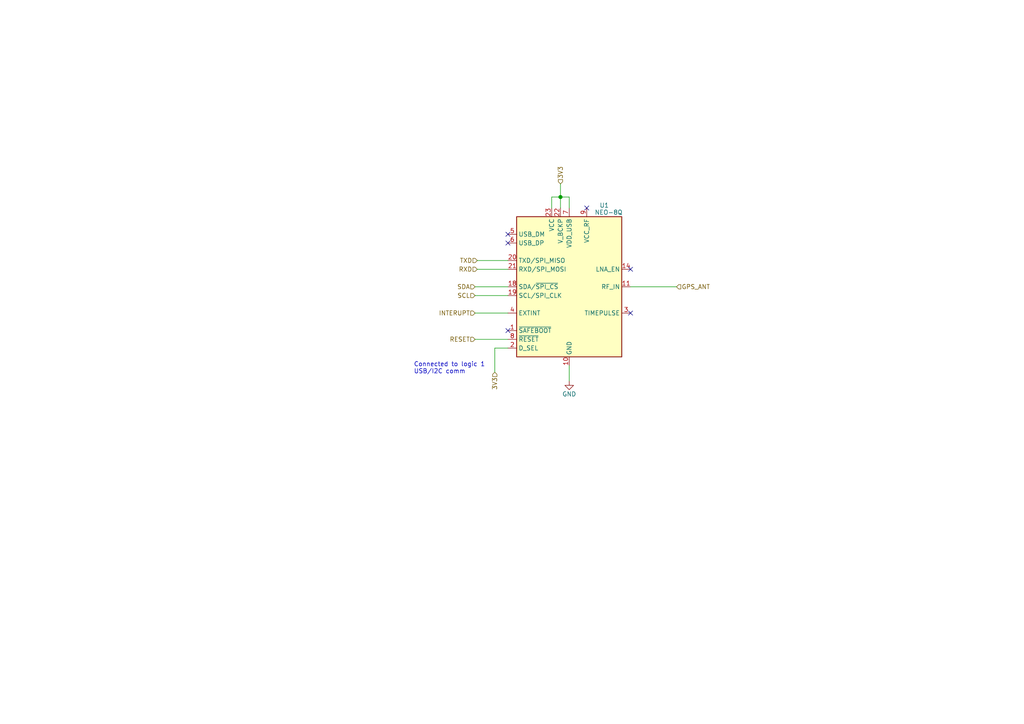
<source format=kicad_sch>
(kicad_sch (version 20210621) (generator eeschema)
  (paper "A4")
  (lib_symbols
    (symbol "RF_GPS:NEO-8Q"
      (property "Reference" "U" (at -13.97 21.59 0))
      (property "Value" "NEO-8Q" (at 11.43 21.59 0))
      (symbol "NEO-8Q_0_1"
        (rectangle (start -15.24 20.32) (end 15.24 -20.32) (stroke (width 0.254)) (fill (type background)))
      )
      (symbol "NEO-8Q_1_1"
        (pin input line (at -17.78 -12.7 0) (length 2.54) (name "~{SAFEBOOT}") (number "1"))
        (pin power_in line (at 0 -22.86 90) (length 2.54) (name "GND") (number "10"))
        (pin input line (at 17.78 0 180) (length 2.54) (name "RF_IN") (number "11"))
        (pin passive line (at 0 -22.86 90) (length 2.54) hide (name "GND") (number "12"))
        (pin passive line (at 0 -22.86 90) (length 2.54) hide (name "GND") (number "13"))
        (pin output line (at 17.78 5.08 180) (length 2.54) (name "LNA_EN") (number "14"))
        (pin no_connect line (at 15.24 -10.16 180) (length 2.54) hide (name "RESERVED") (number "15"))
        (pin no_connect line (at 15.24 -12.7 180) (length 2.54) hide (name "RESERVED") (number "16"))
        (pin no_connect line (at 15.24 -15.24 180) (length 2.54) hide (name "RESERVED") (number "17"))
        (pin bidirectional line (at -17.78 0 0) (length 2.54) (name "SDA/~{SPI_CS}") (number "18"))
        (pin input line (at -17.78 -2.54 0) (length 2.54) (name "SCL/SPI_CLK") (number "19"))
        (pin input line (at -17.78 -17.78 0) (length 2.54) (name "D_SEL") (number "2"))
        (pin output line (at -17.78 7.62 0) (length 2.54) (name "TXD/SPI_MISO") (number "20"))
        (pin input line (at -17.78 5.08 0) (length 2.54) (name "RXD/SPI_MOSI") (number "21"))
        (pin power_in line (at -2.54 22.86 270) (length 2.54) (name "V_BCKP") (number "22"))
        (pin power_in line (at -5.08 22.86 270) (length 2.54) (name "VCC") (number "23"))
        (pin passive line (at 0 -22.86 90) (length 2.54) hide (name "GND") (number "24"))
        (pin output line (at 17.78 -7.62 180) (length 2.54) (name "TIMEPULSE") (number "3"))
        (pin input line (at -17.78 -7.62 0) (length 2.54) (name "EXTINT") (number "4"))
        (pin bidirectional line (at -17.78 15.24 0) (length 2.54) (name "USB_DM") (number "5"))
        (pin bidirectional line (at -17.78 12.7 0) (length 2.54) (name "USB_DP") (number "6"))
        (pin power_in line (at 0 22.86 270) (length 2.54) (name "VDD_USB") (number "7"))
        (pin input line (at -17.78 -15.24 0) (length 2.54) (name "~{RESET}") (number "8"))
        (pin power_out line (at 5.08 22.86 270) (length 2.54) (name "VCC_RF") (number "9"))
      )
    )
    (symbol "power:GND" (power) (pin_names (offset 0))
      (property "Value" "GND" (at 0 -3.81 0))
      (symbol "GND_0_1"
        (polyline (pts (xy 0 0) (xy 0 -1.27) (xy 1.27 -1.27) (xy 0 -2.54) (xy -1.27 -1.27) (xy 0 -1.27)))
      )
      (symbol "GND_1_1"
        (pin power_in line (at 0 0 270) (length 0) hide (name "GND") (number "1"))
      )
    )
  )
  (junction (at 162.56 57.15) (diameter 1.016))
  (no_connect (at 147.32 67.945))
  (no_connect (at 147.32 70.485))
  (no_connect (at 147.32 95.885))
  (no_connect (at 170.18 60.325))
  (no_connect (at 182.88 78.105))
  (no_connect (at 182.88 90.805))
  (wire (pts (xy 137.795 83.185) (xy 147.32 83.185)))
  (wire (pts (xy 137.795 85.725) (xy 147.32 85.725)))
  (wire (pts (xy 137.795 90.805) (xy 147.32 90.805)))
  (wire (pts (xy 137.795 98.425) (xy 147.32 98.425)))
  (wire (pts (xy 138.43 75.565) (xy 147.32 75.565)))
  (wire (pts (xy 138.43 78.105) (xy 147.32 78.105)))
  (wire (pts (xy 143.51 100.965) (xy 143.51 107.95)))
  (wire (pts (xy 147.32 100.965) (xy 143.51 100.965)))
  (wire (pts (xy 160.02 57.15) (xy 162.56 57.15)))
  (wire (pts (xy 160.02 60.325) (xy 160.02 57.15)))
  (wire (pts (xy 162.56 53.34) (xy 162.56 57.15)))
  (wire (pts (xy 162.56 57.15) (xy 162.56 60.325)))
  (wire (pts (xy 165.1 57.15) (xy 162.56 57.15)))
  (wire (pts (xy 165.1 60.325) (xy 165.1 57.15)))
  (wire (pts (xy 165.1 106.045) (xy 165.1 110.49)))
  (wire (pts (xy 182.88 83.185) (xy 196.215 83.185)))
  (text "Connected to logic 1 \nUSB/I2C comm\n" (at 120.015 108.585 0) (effects (font (size 1.27 1.27)) (justify left bottom)))
  (hierarchical_label "SDA" (shape input) (at 137.795 83.185 180))
  (hierarchical_label "SCL" (shape input) (at 137.795 85.725 180))
  (hierarchical_label "INTERUPT" (shape input) (at 137.795 90.805 180))
  (hierarchical_label "RESET" (shape input) (at 137.795 98.425 180))
  (hierarchical_label "TXD" (shape input) (at 138.43 75.565 180))
  (hierarchical_label "RXD" (shape input) (at 138.43 78.105 180))
  (hierarchical_label "3V3" (shape input) (at 143.51 107.95 270))
  (hierarchical_label "3V3" (shape input) (at 162.56 53.34 90))
  (hierarchical_label "GPS_ANT" (shape input) (at 196.215 83.185 0))
  (symbol (lib_id "power:GND") (at 165.1 110.49 0) (unit 1)
    (property "Reference" "#PWR0108" (effects hide))
    (property "Value" "GND" (at 165.1 114.3 0))
  )
  (symbol (lib_id "RF_GPS:NEO-8Q") (at 165.1 83.185 0) (unit 1)
    (property "Reference" "U1" (at 175.26 59.5536 0))
    (property "Value" "NEO-8Q" (at 176.53 61.595 0))
    (property "Footprint" "RF_GPS:ublox_NEO" (effects hide))
    (property "Datasheet" "https://www.u-blox.com/sites/default/files/NEO-8Q_DataSheet_%28UBX-15031913%29.pdf" (effects hide))
  )
)
</source>
